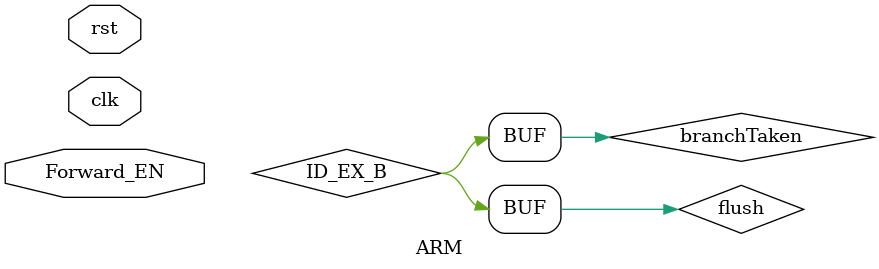
<source format=v>
module ARM (clk, rst, Forward_EN);
input clk;
input rst;
input Forward_EN;


	/*=====Wires=====*/

	//Stage IF//
	wire [31:0] IF_PC, IF_Inst;
	
	//Stage IF_ID Registers//
	wire [31:0] IF_ID_PC, IF_ID_Inst;

	//Stage ID//
	wire ID_WB_EN, ID_MEM_R_EN, ID_MEM_W_EN, ID_B, ID_S;
	wire [3:0] ID_EXE_CMD; 
	wire [31:0] ID_Val_Rn, ID_Val_Rm; 
	wire ID_imm; 
	wire [11:0] ID_Shift_operand;
	wire [23:0] ID_Signed_imm_24;
	wire [3:0] ID_Dest, ID_src1, ID_src2;
	wire ID_Two_src, ID_is_Rn_valid;

	//Stage ID_EX Registers//
	wire ID_EX_WB_EN, ID_EX_MEM_R_EN, ID_EX_MEM_W_EN, ID_EX_B, ID_EX_S;
	wire [3:0] ID_EX_EXE_CMD;
	wire [31:0] ID_EX_PC, ID_EX_Val_Rn, ID_EX_Val_Rm;
	wire ID_EX_imm; 
	wire [11:0] ID_EX_Shift_operand;
	wire [23:0] ID_EX_Signed_imm_24;
	wire [3:0] ID_EX_Dest, ID_EX_src1, ID_EX_src2;

	//Stage EX//
	wire flush, branchTaken;
	wire [31:0] EX_ALU_result, EX_Br_addr; 
	wire [3:0] EX_status_bits;

	assign branchTaken = ID_EX_B;
	assign flush = ID_EX_B;

	//Status Register
	wire [3:0] SR;
	
	//Stage EX_MEM Registers//
	wire EX_MEM_WB_en, EX_MEM_MEM_R_EN, EX_MEM_MEM_W_EN; 
	wire [31:0] EX_MEM_ALU_result, EX_MEM_ST_val; 
	wire [3:0] EX_MEM_Dest;

	//Stage MEM//
	wire [31:0] MEM_mem_result;

	//Stage MEM_WB Registers//
	wire MEM_WB_WB_EN, MEM_WB_MEM_R_en;
	wire [31:0] MEM_WB_ALU_result, MEM_WB_Mem_read_value; 
	wire [3:0] MEM_WB_Dest;
	
	//Stage WB//
	wire WB_WriteBack_En;
	wire [3:0] WB_Dest;
	wire [31:0] WB_Value;

	assign WB_WriteBack_En = MEM_WB_WB_EN;
	assign WB_Dest = MEM_WB_Dest;

	//Hazard Detection Unit//
	wire freeze, hazard;
	assign freeze = hazard;

	//Forwarding Unit//
	wire [1:0] FU_Sel_src1, FU_Sel_src2;

	/*=====Modules=====*/

	//Stage IF//
	IF_Stage if_stage(
		.clk(clk),
		.rst(rst),
		.freeze(freeze), 
		.branchTaken(branchTaken), 
		.branchAddress(EX_Br_addr), 
		.PC(IF_PC), 
		.Instruction(IF_Inst)
		);
	
	//Stage IF_ID Registers//
	IF_Stage_Reg if_stage_reg(
		.clk(clk), 
		.rst(rst), 
		.freeze(freeze), 
		.flush(flush), 
		.PC_in(IF_PC), 
		.Instruction_in(IF_Inst), 
		.PC(IF_ID_PC), 
		.Instruction(IF_ID_Inst)
		);

	//Stage ID//
	ID_Stage id_stage(
		.clk(clk), 
		.rst(rst), 
		.Instruction(IF_ID_Inst), 
		.Result_WB(WB_Value), 
		.writeBackEn(WB_WriteBack_En), 
		.Dest_wb(WB_Dest), 
		.hazard(hazard), 
		.SR(SR),
		.WB_EN(ID_WB_EN), 
		.MEM_R_EN(ID_MEM_R_EN), 
		.MEM_W_EN(ID_MEM_W_EN), 
		.B(ID_B), 
		.S(ID_S), 
		.EXE_CMD(ID_EXE_CMD), 
		.Val_Rn(ID_Val_Rn), 
		.Val_Rm(ID_Val_Rm), 
		.imm(ID_imm), 
		.Shift_operand(ID_Shift_operand), 
		.Signed_imm_24(ID_Signed_imm_24), 
		.Dest(ID_Dest),
		.src1(ID_src1), 
		.src2(ID_src2), 
		.Two_src(ID_Two_src),
		.is_Rn_valid(ID_is_Rn_valid)
		);

	//Stage ID_EX Registers//
	ID_Stage_Reg id_stage_reg(
		.clk(clk), 
		.rst(rst), 
		.flush(flush), 
		.WB_EN_IN(ID_WB_EN), 
		.MEM_R_EN_IN(ID_MEM_R_EN), 
		.MEM_W_EN_IN(ID_MEM_W_EN),
		.B_IN(ID_B), 
		.S_IN(ID_S), 
		.EXE_CMD_IN(ID_EXE_CMD), 
		.PC_IN(IF_ID_PC), 
		.Val_Rn_IN(ID_Val_Rn), 
		.Val_Rm_IN(ID_Val_Rm),
		.imm_IN(ID_imm), 
		.Shift_operand_IN(ID_Shift_operand), 
		.Signed_imm_24_IN(ID_Signed_imm_24), 
		.Dest_IN(ID_Dest),
		.src1_IN(ID_src1),
		.src2_IN(ID_src2),
		.WB_EN(ID_EX_WB_EN), 
		.MEM_R_EN(ID_EX_MEM_R_EN), 
		.MEM_W_EN(ID_EX_MEM_W_EN), 
		.B(ID_EX_B), 
		.S(ID_EX_S), 
		.EXE_CMD(ID_EX_EXE_CMD), 
		.PC(ID_EX_PC), 
		.Val_Rn(ID_EX_Val_Rn), 
		.Val_Rm(ID_EX_Val_Rm),
		.imm(ID_EX_imm), 
		.Shift_operand(ID_EX_Shift_operand), 
		.Signed_imm_24(ID_EX_Signed_imm_24), 
		.Dest(ID_EX_Dest),
		.src1(ID_EX_src1),
		.src2(ID_EX_src2)
		);

	//Stage EX//
	EXE_Stage exe_stage(
		.clk(clk), 
		.rst(rst), 
		.EXE_CMD(ID_EX_EXE_CMD), 
		.MEM_R_EN(ID_EX_MEM_R_EN), 
		.MEM_W_EN(ID_EX_MEM_W_EN), 
		.PC(ID_EX_PC), 
		.Val_Rn(ID_EX_Val_Rn), 
		.Val_Rm(ID_EX_Val_Rm), 
		.imm(ID_EX_imm), 
		.Shift_operand(ID_EX_Shift_operand), 
		.signed_imm_24(ID_EX_Signed_imm_24), 
		.SR(SR), 
		.Sel_src1(FU_Sel_src1), 
		.Sel_src2(FU_Sel_src2), 
		.MEM_ALU_result(EX_MEM_ALU_result), 
		.WB_Value(WB_Value),
		.ALU_result(EX_ALU_result), 
		.Br_addr(EX_Br_addr), 
		.status(EX_status_bits)
		);

	//Status Register
	StatusRegister status_register(
		.clk(clk),
		.rst(rst),
		.d(EX_status_bits),
		.en(ID_EX_S),
		.q(SR)
		);

	//Stage EX_MEM Registers//
	EXE_reg exe_reg(
		.clk(clk), 
		.rst(rst), 
		.WB_en_in(ID_EX_WB_EN), 
		.MEM_R_EN_in(ID_EX_MEM_R_EN), 
		.MEM_W_EN_in(ID_EX_MEM_W_EN), 
		.ALU_result_in(EX_ALU_result), 
		.ST_val_in(ID_EX_Val_Rm), 
		.Dest_in(ID_EX_Dest),
		.WB_en(EX_MEM_WB_en), 
		.MEM_R_EN(EX_MEM_MEM_R_EN), 
		.MEM_W_EN(EX_MEM_MEM_W_EN), 
		.ALU_result(EX_MEM_ALU_result), 
		.ST_val(EX_MEM_ST_val), 
		.Dest(EX_MEM_Dest)
		);

	//Stage MEM//
	Memory memory(
		.clk(clk), 
		.rst(rst), 
		.MEMread(EX_MEM_MEM_R_EN), 
		.MEMwrite(EX_MEM_MEM_W_EN), 
		.address(EX_MEM_ALU_result), 
		.data(EX_MEM_ST_val), 
		.MEM_result(MEM_mem_result)
		);

	//Stage MEM_WB Registers//
	MEM_reg mem_reg(
		.clk(clk), 
		.rst(rst), 
		.WB_en_in(EX_MEM_WB_en), 
		.MEM_R_en_in(EX_MEM_MEM_R_EN), 
		.ALU_result_in(EX_MEM_ALU_result), 
		.Mem_read_value_in(MEM_mem_result), 
		.Dest_in(EX_MEM_Dest),
		.WB_en(MEM_WB_WB_EN), 
		.MEM_R_en(MEM_WB_MEM_R_en), 
		.ALU_result(MEM_WB_ALU_result), 
		.Mem_read_value(MEM_WB_Mem_read_value), 
		.Dest(MEM_WB_Dest)
		);
	
	//Stage WB//
	WB_stage wb_stage(
		.clk(clk), 
		.rst(rst), 
		.ALU_result(MEM_WB_ALU_result), 
		.MEM_result(MEM_WB_Mem_read_value), 
		.MEM_R_en(MEM_WB_MEM_R_en),
		.out(WB_Value)
		);

	//Hazard Detection Unit//
	hazard_Detection_Unit hazard_detection_unit(
		.src1(ID_src1), 
		.src2(ID_src2),
		.is_src1_valid(ID_is_Rn_valid),
		.Two_src(ID_Two_src), 
		.Exe_Dest(ID_EX_Dest), 
		.Exe_WB_EN(ID_EX_WB_EN),
		.EXE_MEM_R_EN(ID_EX_MEM_R_EN),
		.Mem_Dest(EX_MEM_Dest), 
		.Mem_WB_EN(EX_MEM_WB_en),
		.Forward_EN(Forward_EN),
		.hazard_Detected(hazard)
		);

	//Forwarding Unit//
	ForwardingUnit forwarding_unit(
		.src1(ID_EX_src1), 
		.src2(ID_EX_src2), 
		.MEM_Dest(EX_MEM_Dest), 
		.MEM_WB_EN(EX_MEM_WB_en), 
		.WB_Dest(MEM_WB_Dest), 
		.WB_WB_EN(MEM_WB_WB_EN), 
		.Sel_src1(FU_Sel_src1), 
		.Sel_src2(FU_Sel_src2)
		);


endmodule 
</source>
